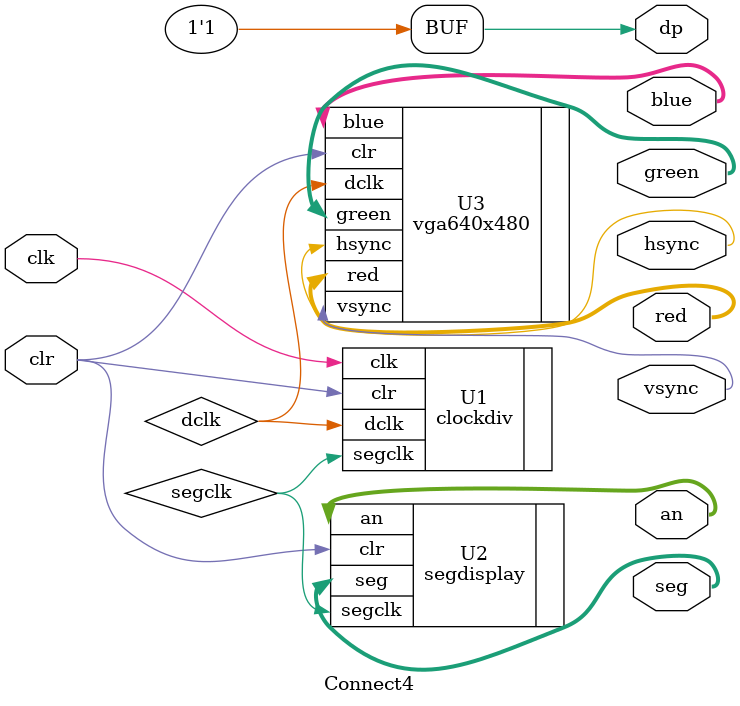
<source format=v>
`timescale 1ns / 1ps
module Connect4(
	input wire clk,			//master clock = 100MHz
	input wire clr,			//right-most pushbutton for reset

	output wire [6:0] seg,	//7-segment display LEDs
	output wire [3:0] an,	//7-segment display anode enable
	output wire dp,			//7-segment display decimal point
	output wire [2:0] red,	//red vga output - 3 bits
	output wire [2:0] green,//green vga output - 3 bits
	output wire [2:0] blue,	//blue vga output - 3 bits
	output wire hsync,		//horizontal sync out
	output wire vsync			//vertical sync out
	);

// 7-segment clock interconnect
wire segclk;

// VGA display clock interconnect
wire dclk;

// disable the 7-segment decimal points
assign dp = 1;

// generate 7-segment clock & display clock
clockdiv U1(
	.clk(clk),
	.clr(clr),
	.segclk(segclk),
	.dclk(dclk)
	);

// 7-segment display controller
segdisplay U2(
	.segclk(segclk),
	.clr(clr),
	.seg(seg),
	.an(an)
	);

// VGA controller
vga640x480 U3(
	.dclk(dclk),
	.clr(clr),
	.hsync(hsync),
	.vsync(vsync),
	.red(red),
	.green(green),
	.blue(blue)
	);

endmodule

</source>
